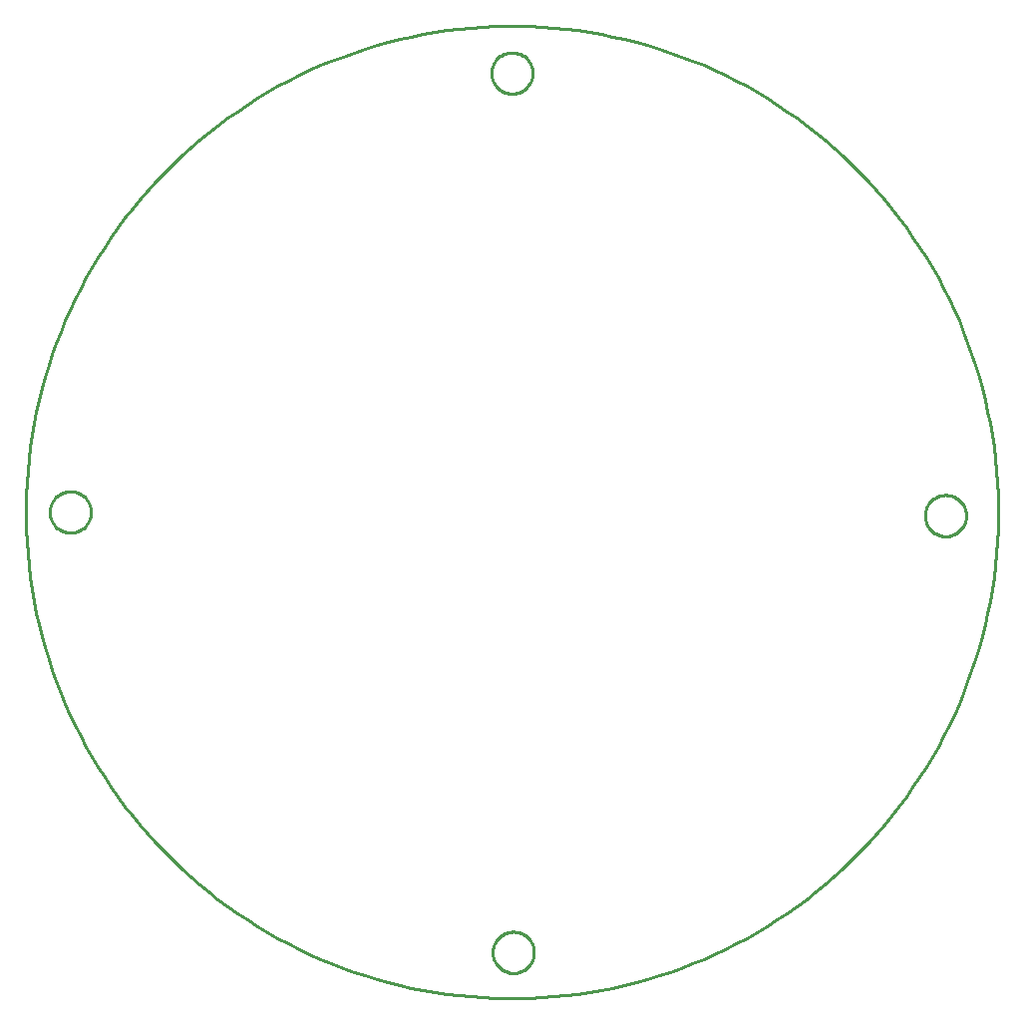
<source format=gbr>
G04 EAGLE Gerber RS-274X export*
G75*
%MOMM*%
%FSLAX34Y34*%
%LPD*%
%IN*%
%IPPOS*%
%AMOC8*
5,1,8,0,0,1.08239X$1,22.5*%
G01*
%ADD10C,0.254000*%


D10*
X412750Y-5065D02*
X412750Y5065D01*
X412501Y15193D01*
X412004Y25312D01*
X411259Y35416D01*
X410266Y45498D01*
X409026Y55552D01*
X407539Y65574D01*
X405807Y75555D01*
X403831Y85492D01*
X401611Y95376D01*
X399150Y105204D01*
X396448Y114968D01*
X393507Y124662D01*
X390329Y134282D01*
X386916Y143821D01*
X383270Y153273D01*
X379393Y162632D01*
X375287Y171894D01*
X370956Y181053D01*
X366401Y190102D01*
X361625Y199036D01*
X356632Y207851D01*
X351423Y216541D01*
X346003Y225100D01*
X340375Y233523D01*
X334541Y241806D01*
X328506Y249944D01*
X322274Y257930D01*
X315847Y265761D01*
X309229Y273433D01*
X302426Y280939D01*
X295440Y288277D01*
X288277Y295440D01*
X280939Y302426D01*
X273433Y309229D01*
X265761Y315847D01*
X257930Y322274D01*
X249944Y328506D01*
X241806Y334541D01*
X233523Y340375D01*
X225100Y346003D01*
X216541Y351423D01*
X207851Y356632D01*
X199036Y361625D01*
X190102Y366401D01*
X181053Y370956D01*
X171894Y375287D01*
X162632Y379393D01*
X153273Y383270D01*
X143821Y386916D01*
X134282Y390329D01*
X124662Y393507D01*
X114968Y396448D01*
X105204Y399150D01*
X95376Y401611D01*
X85492Y403831D01*
X75555Y405807D01*
X65574Y407539D01*
X55552Y409026D01*
X45498Y410266D01*
X35416Y411259D01*
X25312Y412004D01*
X15193Y412501D01*
X5065Y412750D01*
X-5065Y412750D01*
X-15193Y412501D01*
X-25312Y412004D01*
X-35416Y411259D01*
X-45498Y410266D01*
X-55552Y409026D01*
X-65574Y407539D01*
X-75555Y405807D01*
X-85492Y403831D01*
X-95376Y401611D01*
X-105204Y399150D01*
X-114968Y396448D01*
X-124662Y393507D01*
X-134282Y390329D01*
X-143821Y386916D01*
X-153273Y383270D01*
X-162632Y379393D01*
X-171894Y375287D01*
X-181053Y370956D01*
X-190102Y366401D01*
X-199036Y361625D01*
X-207851Y356632D01*
X-216541Y351423D01*
X-225100Y346003D01*
X-233523Y340375D01*
X-241806Y334541D01*
X-249944Y328506D01*
X-257930Y322274D01*
X-265761Y315847D01*
X-273433Y309229D01*
X-280939Y302426D01*
X-288277Y295440D01*
X-295440Y288277D01*
X-302426Y280939D01*
X-309229Y273433D01*
X-315847Y265761D01*
X-322274Y257930D01*
X-328506Y249944D01*
X-334541Y241806D01*
X-340375Y233523D01*
X-346003Y225100D01*
X-351423Y216541D01*
X-356632Y207851D01*
X-361625Y199036D01*
X-366401Y190102D01*
X-370956Y181053D01*
X-375287Y171894D01*
X-379393Y162632D01*
X-383270Y153273D01*
X-386916Y143821D01*
X-390329Y134282D01*
X-393507Y124662D01*
X-396448Y114968D01*
X-399150Y105204D01*
X-401611Y95376D01*
X-403831Y85492D01*
X-405807Y75555D01*
X-407539Y65574D01*
X-409026Y55552D01*
X-410266Y45498D01*
X-411259Y35416D01*
X-412004Y25312D01*
X-412501Y15193D01*
X-412750Y5065D01*
X-412750Y-5065D01*
X-412501Y-15193D01*
X-412004Y-25312D01*
X-411259Y-35416D01*
X-410266Y-45498D01*
X-409026Y-55552D01*
X-407539Y-65574D01*
X-405807Y-75555D01*
X-403831Y-85492D01*
X-401611Y-95376D01*
X-399150Y-105204D01*
X-396448Y-114968D01*
X-393507Y-124662D01*
X-390329Y-134282D01*
X-386916Y-143821D01*
X-383270Y-153273D01*
X-379393Y-162632D01*
X-375287Y-171894D01*
X-370956Y-181053D01*
X-366401Y-190102D01*
X-361625Y-199036D01*
X-356632Y-207851D01*
X-351423Y-216541D01*
X-346003Y-225100D01*
X-340375Y-233523D01*
X-334541Y-241806D01*
X-328506Y-249944D01*
X-322274Y-257930D01*
X-315847Y-265761D01*
X-309229Y-273433D01*
X-302426Y-280939D01*
X-295440Y-288277D01*
X-288277Y-295440D01*
X-280939Y-302426D01*
X-273433Y-309229D01*
X-265761Y-315847D01*
X-257930Y-322274D01*
X-249944Y-328506D01*
X-241806Y-334541D01*
X-233523Y-340375D01*
X-225100Y-346003D01*
X-216541Y-351423D01*
X-207851Y-356632D01*
X-199036Y-361625D01*
X-190102Y-366401D01*
X-181053Y-370956D01*
X-171894Y-375287D01*
X-162632Y-379393D01*
X-153273Y-383270D01*
X-143821Y-386916D01*
X-134282Y-390329D01*
X-124662Y-393507D01*
X-114968Y-396448D01*
X-105204Y-399150D01*
X-95376Y-401611D01*
X-85492Y-403831D01*
X-75555Y-405807D01*
X-65574Y-407539D01*
X-55552Y-409026D01*
X-45498Y-410266D01*
X-35416Y-411259D01*
X-25312Y-412004D01*
X-15193Y-412501D01*
X-5065Y-412750D01*
X5065Y-412750D01*
X15193Y-412501D01*
X25312Y-412004D01*
X35416Y-411259D01*
X45498Y-410266D01*
X55552Y-409026D01*
X65574Y-407539D01*
X75555Y-405807D01*
X85492Y-403831D01*
X95376Y-401611D01*
X105204Y-399150D01*
X114968Y-396448D01*
X124662Y-393507D01*
X134282Y-390329D01*
X143821Y-386916D01*
X153273Y-383270D01*
X162632Y-379393D01*
X171894Y-375287D01*
X181053Y-370956D01*
X190102Y-366401D01*
X199036Y-361625D01*
X207851Y-356632D01*
X216541Y-351423D01*
X225100Y-346003D01*
X233523Y-340375D01*
X241806Y-334541D01*
X249944Y-328506D01*
X257930Y-322274D01*
X265761Y-315847D01*
X273433Y-309229D01*
X280939Y-302426D01*
X288277Y-295440D01*
X295440Y-288277D01*
X302426Y-280939D01*
X309229Y-273433D01*
X315847Y-265761D01*
X322274Y-257930D01*
X328506Y-249944D01*
X334541Y-241806D01*
X340375Y-233523D01*
X346003Y-225100D01*
X351423Y-216541D01*
X356632Y-207851D01*
X361625Y-199036D01*
X366401Y-190102D01*
X370956Y-181053D01*
X375287Y-171894D01*
X379393Y-162632D01*
X383270Y-153273D01*
X386916Y-143821D01*
X390329Y-134282D01*
X393507Y-124662D01*
X396448Y-114968D01*
X399150Y-105204D01*
X401611Y-95376D01*
X403831Y-85492D01*
X405807Y-75555D01*
X407539Y-65574D01*
X409026Y-55552D01*
X410266Y-45498D01*
X411259Y-35416D01*
X412004Y-25312D01*
X412501Y-15193D01*
X412750Y-5065D01*
X18643Y-374461D02*
X18568Y-375604D01*
X18419Y-376740D01*
X18195Y-377864D01*
X17898Y-378971D01*
X17530Y-380056D01*
X17092Y-381114D01*
X16585Y-382142D01*
X16012Y-383134D01*
X15375Y-384087D01*
X14678Y-384996D01*
X13922Y-385857D01*
X13112Y-386667D01*
X12251Y-387423D01*
X11342Y-388120D01*
X10389Y-388757D01*
X9397Y-389330D01*
X8369Y-389837D01*
X7311Y-390275D01*
X6226Y-390643D01*
X5119Y-390940D01*
X3995Y-391164D01*
X2859Y-391313D01*
X1716Y-391388D01*
X570Y-391388D01*
X-573Y-391313D01*
X-1709Y-391164D01*
X-2833Y-390940D01*
X-3940Y-390643D01*
X-5025Y-390275D01*
X-6083Y-389837D01*
X-7111Y-389330D01*
X-8103Y-388757D01*
X-9056Y-388120D01*
X-9965Y-387423D01*
X-10826Y-386667D01*
X-11636Y-385857D01*
X-12392Y-384996D01*
X-13089Y-384087D01*
X-13726Y-383134D01*
X-14299Y-382142D01*
X-14806Y-381114D01*
X-15244Y-380056D01*
X-15612Y-378971D01*
X-15909Y-377864D01*
X-16133Y-376740D01*
X-16282Y-375604D01*
X-16357Y-374461D01*
X-16357Y-373315D01*
X-16282Y-372172D01*
X-16133Y-371036D01*
X-15909Y-369912D01*
X-15612Y-368805D01*
X-15244Y-367720D01*
X-14806Y-366662D01*
X-14299Y-365634D01*
X-13726Y-364642D01*
X-13089Y-363689D01*
X-12392Y-362780D01*
X-11636Y-361919D01*
X-10826Y-361109D01*
X-9965Y-360353D01*
X-9056Y-359656D01*
X-8103Y-359019D01*
X-7111Y-358446D01*
X-6083Y-357939D01*
X-5025Y-357501D01*
X-3940Y-357133D01*
X-2833Y-356836D01*
X-1709Y-356613D01*
X-573Y-356463D01*
X570Y-356388D01*
X1716Y-356388D01*
X2859Y-356463D01*
X3995Y-356613D01*
X5119Y-356836D01*
X6226Y-357133D01*
X7311Y-357501D01*
X8369Y-357939D01*
X9397Y-358446D01*
X10389Y-359019D01*
X11342Y-359656D01*
X12251Y-360353D01*
X13112Y-361109D01*
X13922Y-361919D01*
X14678Y-362780D01*
X15375Y-363689D01*
X16012Y-364642D01*
X16585Y-365634D01*
X17092Y-366662D01*
X17530Y-367720D01*
X17898Y-368805D01*
X18195Y-369912D01*
X18419Y-371036D01*
X18568Y-372172D01*
X18643Y-373315D01*
X18643Y-374461D01*
X-357531Y-573D02*
X-357606Y-1716D01*
X-357756Y-2852D01*
X-357979Y-3976D01*
X-358276Y-5083D01*
X-358644Y-6168D01*
X-359082Y-7226D01*
X-359589Y-8254D01*
X-360162Y-9246D01*
X-360799Y-10199D01*
X-361496Y-11108D01*
X-362252Y-11969D01*
X-363062Y-12779D01*
X-363923Y-13535D01*
X-364832Y-14232D01*
X-365785Y-14869D01*
X-366777Y-15442D01*
X-367805Y-15949D01*
X-368863Y-16387D01*
X-369948Y-16755D01*
X-371055Y-17052D01*
X-372179Y-17276D01*
X-373315Y-17425D01*
X-374458Y-17500D01*
X-375604Y-17500D01*
X-376747Y-17425D01*
X-377883Y-17276D01*
X-379007Y-17052D01*
X-380114Y-16755D01*
X-381199Y-16387D01*
X-382257Y-15949D01*
X-383285Y-15442D01*
X-384277Y-14869D01*
X-385230Y-14232D01*
X-386139Y-13535D01*
X-387000Y-12779D01*
X-387810Y-11969D01*
X-388566Y-11108D01*
X-389263Y-10199D01*
X-389900Y-9246D01*
X-390473Y-8254D01*
X-390980Y-7226D01*
X-391418Y-6168D01*
X-391786Y-5083D01*
X-392083Y-3976D01*
X-392307Y-2852D01*
X-392456Y-1716D01*
X-392531Y-573D01*
X-392531Y573D01*
X-392456Y1716D01*
X-392307Y2852D01*
X-392083Y3976D01*
X-391786Y5083D01*
X-391418Y6168D01*
X-390980Y7226D01*
X-390473Y8254D01*
X-389900Y9246D01*
X-389263Y10199D01*
X-388566Y11108D01*
X-387810Y11969D01*
X-387000Y12779D01*
X-386139Y13535D01*
X-385230Y14232D01*
X-384277Y14869D01*
X-383285Y15442D01*
X-382257Y15949D01*
X-381199Y16387D01*
X-380114Y16755D01*
X-379007Y17052D01*
X-377883Y17276D01*
X-376747Y17425D01*
X-375604Y17500D01*
X-374458Y17500D01*
X-373315Y17425D01*
X-372179Y17276D01*
X-371055Y17052D01*
X-369948Y16755D01*
X-368863Y16387D01*
X-367805Y15949D01*
X-366777Y15442D01*
X-365785Y14869D01*
X-364832Y14232D01*
X-363923Y13535D01*
X-363062Y12779D01*
X-362252Y11969D01*
X-361496Y11108D01*
X-360799Y10199D01*
X-360162Y9246D01*
X-359589Y8254D01*
X-359082Y7226D01*
X-358644Y6168D01*
X-358276Y5083D01*
X-357979Y3976D01*
X-357756Y2852D01*
X-357606Y1716D01*
X-357531Y573D01*
X-357531Y-573D01*
X17500Y372172D02*
X17425Y371029D01*
X17276Y369893D01*
X17052Y368769D01*
X16755Y367662D01*
X16387Y366577D01*
X15949Y365519D01*
X15442Y364491D01*
X14869Y363499D01*
X14232Y362546D01*
X13535Y361637D01*
X12779Y360776D01*
X11969Y359966D01*
X11108Y359210D01*
X10199Y358513D01*
X9246Y357876D01*
X8254Y357303D01*
X7226Y356796D01*
X6168Y356358D01*
X5083Y355990D01*
X3976Y355693D01*
X2852Y355470D01*
X1716Y355320D01*
X573Y355245D01*
X-573Y355245D01*
X-1716Y355320D01*
X-2852Y355470D01*
X-3976Y355693D01*
X-5083Y355990D01*
X-6168Y356358D01*
X-7226Y356796D01*
X-8254Y357303D01*
X-9246Y357876D01*
X-10199Y358513D01*
X-11108Y359210D01*
X-11969Y359966D01*
X-12779Y360776D01*
X-13535Y361637D01*
X-14232Y362546D01*
X-14869Y363499D01*
X-15442Y364491D01*
X-15949Y365519D01*
X-16387Y366577D01*
X-16755Y367662D01*
X-17052Y368769D01*
X-17276Y369893D01*
X-17425Y371029D01*
X-17500Y372172D01*
X-17500Y373318D01*
X-17425Y374461D01*
X-17276Y375597D01*
X-17052Y376721D01*
X-16755Y377828D01*
X-16387Y378913D01*
X-15949Y379971D01*
X-15442Y380999D01*
X-14869Y381991D01*
X-14232Y382944D01*
X-13535Y383853D01*
X-12779Y384714D01*
X-11969Y385524D01*
X-11108Y386280D01*
X-10199Y386977D01*
X-9246Y387614D01*
X-8254Y388187D01*
X-7226Y388694D01*
X-6168Y389132D01*
X-5083Y389500D01*
X-3976Y389797D01*
X-2852Y390021D01*
X-1716Y390170D01*
X-573Y390245D01*
X573Y390245D01*
X1716Y390170D01*
X2852Y390021D01*
X3976Y389797D01*
X5083Y389500D01*
X6168Y389132D01*
X7226Y388694D01*
X8254Y388187D01*
X9246Y387614D01*
X10199Y386977D01*
X11108Y386280D01*
X11969Y385524D01*
X12779Y384714D01*
X13535Y383853D01*
X14232Y382944D01*
X14869Y381991D01*
X15442Y380999D01*
X15949Y379971D01*
X16387Y378913D01*
X16755Y377828D01*
X17052Y376721D01*
X17276Y375597D01*
X17425Y374461D01*
X17500Y373318D01*
X17500Y372172D01*
X385673Y-3621D02*
X385598Y-4764D01*
X385449Y-5900D01*
X385225Y-7024D01*
X384928Y-8131D01*
X384560Y-9216D01*
X384122Y-10274D01*
X383615Y-11302D01*
X383042Y-12294D01*
X382405Y-13247D01*
X381708Y-14156D01*
X380952Y-15017D01*
X380142Y-15827D01*
X379281Y-16583D01*
X378372Y-17280D01*
X377419Y-17917D01*
X376427Y-18490D01*
X375399Y-18997D01*
X374341Y-19435D01*
X373256Y-19803D01*
X372149Y-20100D01*
X371025Y-20324D01*
X369889Y-20473D01*
X368746Y-20548D01*
X367600Y-20548D01*
X366457Y-20473D01*
X365321Y-20324D01*
X364197Y-20100D01*
X363090Y-19803D01*
X362005Y-19435D01*
X360947Y-18997D01*
X359919Y-18490D01*
X358927Y-17917D01*
X357974Y-17280D01*
X357065Y-16583D01*
X356204Y-15827D01*
X355394Y-15017D01*
X354638Y-14156D01*
X353941Y-13247D01*
X353304Y-12294D01*
X352731Y-11302D01*
X352224Y-10274D01*
X351786Y-9216D01*
X351418Y-8131D01*
X351121Y-7024D01*
X350898Y-5900D01*
X350748Y-4764D01*
X350673Y-3621D01*
X350673Y-2475D01*
X350748Y-1332D01*
X350898Y-196D01*
X351121Y928D01*
X351418Y2035D01*
X351786Y3120D01*
X352224Y4178D01*
X352731Y5206D01*
X353304Y6198D01*
X353941Y7151D01*
X354638Y8060D01*
X355394Y8921D01*
X356204Y9731D01*
X357065Y10487D01*
X357974Y11184D01*
X358927Y11821D01*
X359919Y12394D01*
X360947Y12901D01*
X362005Y13339D01*
X363090Y13707D01*
X364197Y14004D01*
X365321Y14228D01*
X366457Y14377D01*
X367600Y14452D01*
X368746Y14452D01*
X369889Y14377D01*
X371025Y14228D01*
X372149Y14004D01*
X373256Y13707D01*
X374341Y13339D01*
X375399Y12901D01*
X376427Y12394D01*
X377419Y11821D01*
X378372Y11184D01*
X379281Y10487D01*
X380142Y9731D01*
X380952Y8921D01*
X381708Y8060D01*
X382405Y7151D01*
X383042Y6198D01*
X383615Y5206D01*
X384122Y4178D01*
X384560Y3120D01*
X384928Y2035D01*
X385225Y928D01*
X385449Y-196D01*
X385598Y-1332D01*
X385673Y-2475D01*
X385673Y-3621D01*
M02*

</source>
